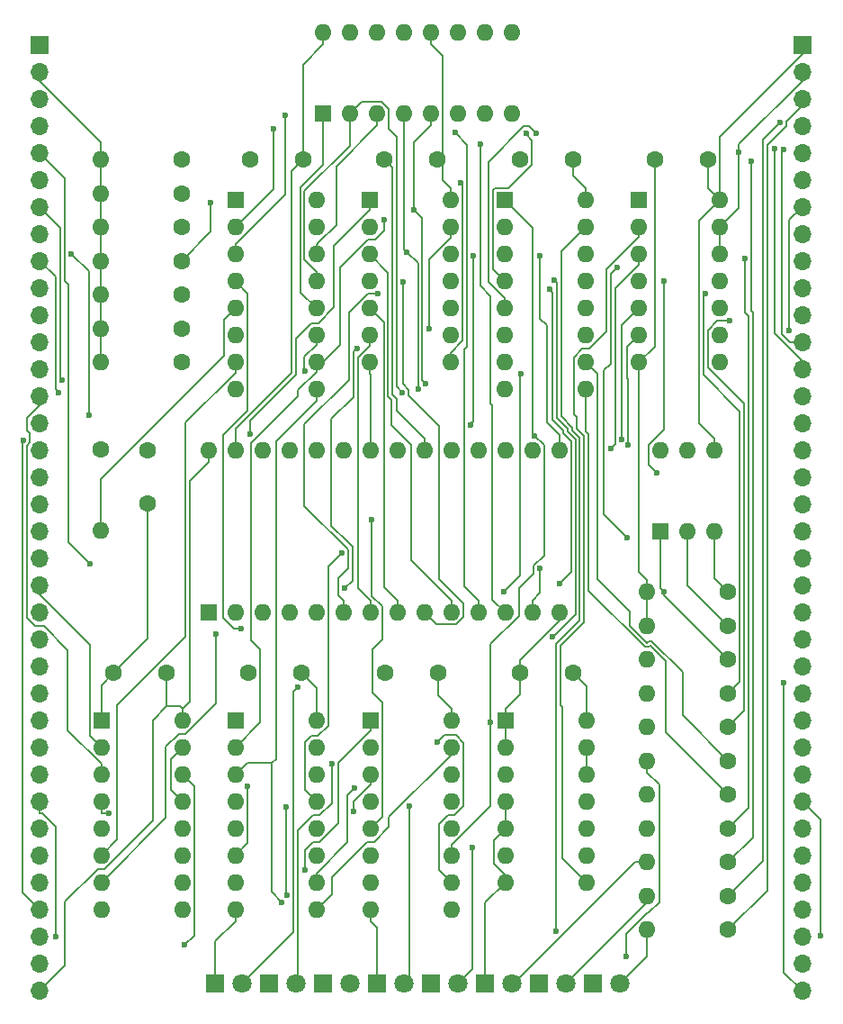
<source format=gtl>
G04 #@! TF.GenerationSoftware,KiCad,Pcbnew,8.0.9-8.0.9-0~ubuntu22.04.1*
G04 #@! TF.CreationDate,2025-06-29T10:34:07+10:00*
G04 #@! TF.ProjectId,UE1-TTL-Memory,5545312d-5454-44c2-9d4d-656d6f72792e,rev?*
G04 #@! TF.SameCoordinates,Original*
G04 #@! TF.FileFunction,Copper,L1,Top*
G04 #@! TF.FilePolarity,Positive*
%FSLAX46Y46*%
G04 Gerber Fmt 4.6, Leading zero omitted, Abs format (unit mm)*
G04 Created by KiCad (PCBNEW 8.0.9-8.0.9-0~ubuntu22.04.1) date 2025-06-29 10:34:07*
%MOMM*%
%LPD*%
G01*
G04 APERTURE LIST*
G04 #@! TA.AperFunction,ComponentPad*
%ADD10R,1.800000X1.800000*%
G04 #@! TD*
G04 #@! TA.AperFunction,ComponentPad*
%ADD11C,1.800000*%
G04 #@! TD*
G04 #@! TA.AperFunction,ComponentPad*
%ADD12C,1.600000*%
G04 #@! TD*
G04 #@! TA.AperFunction,ComponentPad*
%ADD13O,1.600000X1.600000*%
G04 #@! TD*
G04 #@! TA.AperFunction,ComponentPad*
%ADD14R,1.700000X1.700000*%
G04 #@! TD*
G04 #@! TA.AperFunction,ComponentPad*
%ADD15O,1.700000X1.700000*%
G04 #@! TD*
G04 #@! TA.AperFunction,ComponentPad*
%ADD16R,1.600000X1.600000*%
G04 #@! TD*
G04 #@! TA.AperFunction,ViaPad*
%ADD17C,0.600000*%
G04 #@! TD*
G04 #@! TA.AperFunction,Conductor*
%ADD18C,0.200000*%
G04 #@! TD*
G04 APERTURE END LIST*
D10*
X137160000Y-141605000D03*
D11*
X139700000Y-141605000D03*
D12*
X103505000Y-64135000D03*
D13*
X95885000Y-64135000D03*
D12*
X154940000Y-114300000D03*
D13*
X147320000Y-114300000D03*
D12*
X154940000Y-136525000D03*
D13*
X147320000Y-136525000D03*
D12*
X154940000Y-111125000D03*
D13*
X147320000Y-111125000D03*
D12*
X154940000Y-133350000D03*
D13*
X147320000Y-133350000D03*
D12*
X127635000Y-112395000D03*
X122635000Y-112395000D03*
X102108000Y-112395000D03*
X97108000Y-112395000D03*
X95885000Y-91360000D03*
D13*
X95885000Y-98980000D03*
D14*
X90170000Y-53340000D03*
D15*
X90170000Y-55880000D03*
X90170000Y-58420000D03*
X90170000Y-60960000D03*
X90170000Y-63500000D03*
X90170000Y-66040000D03*
X90170000Y-68580000D03*
X90170000Y-71120000D03*
X90170000Y-73660000D03*
X90170000Y-76200000D03*
X90170000Y-78740000D03*
X90170000Y-81280000D03*
X90170000Y-83820000D03*
X90170000Y-86360000D03*
X90170000Y-88900000D03*
X90170000Y-91440000D03*
X90170000Y-93980000D03*
X90170000Y-96520000D03*
X90170000Y-99060000D03*
X90170000Y-101600000D03*
X90170000Y-104140000D03*
X90170000Y-106680000D03*
X90170000Y-109220000D03*
X90170000Y-111760000D03*
X90170000Y-114300000D03*
X90170000Y-116840000D03*
X90170000Y-119380000D03*
X90170000Y-121920000D03*
X90170000Y-124460000D03*
X90170000Y-127000000D03*
X90170000Y-129540000D03*
X90170000Y-132080000D03*
X90170000Y-134620000D03*
X90170000Y-137160000D03*
X90170000Y-139700000D03*
X90170000Y-142240000D03*
D12*
X103505000Y-83185000D03*
D13*
X95885000Y-83185000D03*
D16*
X108585000Y-67945000D03*
D13*
X108585000Y-70485000D03*
X108585000Y-73025000D03*
X108585000Y-75565000D03*
X108585000Y-78105000D03*
X108585000Y-80645000D03*
X108585000Y-83185000D03*
X108585000Y-85725000D03*
X116205000Y-85725000D03*
X116205000Y-83185000D03*
X116205000Y-80645000D03*
X116205000Y-78105000D03*
X116205000Y-75565000D03*
X116205000Y-73025000D03*
X116205000Y-70485000D03*
X116205000Y-67945000D03*
D10*
X106680000Y-141605000D03*
D11*
X109220000Y-141605000D03*
D12*
X154940000Y-117475000D03*
D13*
X147320000Y-117475000D03*
D12*
X103505000Y-76835000D03*
D13*
X95885000Y-76835000D03*
D12*
X154940000Y-120650000D03*
D13*
X147320000Y-120650000D03*
D12*
X140335000Y-64135000D03*
X135335000Y-64135000D03*
X103505000Y-80010000D03*
D13*
X95885000Y-80010000D03*
D12*
X103505000Y-73660000D03*
D13*
X95885000Y-73660000D03*
D16*
X148590000Y-99060000D03*
D13*
X151130000Y-99060000D03*
X153670000Y-99060000D03*
X153670000Y-91440000D03*
X151130000Y-91440000D03*
X148590000Y-91440000D03*
D16*
X146525000Y-67945000D03*
D13*
X146525000Y-70485000D03*
X146525000Y-73025000D03*
X146525000Y-75565000D03*
X146525000Y-78105000D03*
X146525000Y-80645000D03*
X146525000Y-83185000D03*
X154145000Y-83185000D03*
X154145000Y-80645000D03*
X154145000Y-78105000D03*
X154145000Y-75565000D03*
X154145000Y-73025000D03*
X154145000Y-70485000D03*
X154145000Y-67945000D03*
D12*
X140335000Y-112395000D03*
X135335000Y-112395000D03*
D16*
X116830000Y-59817000D03*
D13*
X119370000Y-59817000D03*
X121910000Y-59817000D03*
X124450000Y-59817000D03*
X126990000Y-59817000D03*
X129530000Y-59817000D03*
X132070000Y-59817000D03*
X134610000Y-59817000D03*
X134610000Y-52197000D03*
X132070000Y-52197000D03*
X129530000Y-52197000D03*
X126990000Y-52197000D03*
X124450000Y-52197000D03*
X121910000Y-52197000D03*
X119370000Y-52197000D03*
X116830000Y-52197000D03*
D12*
X127595000Y-64135000D03*
X122595000Y-64135000D03*
X103505000Y-70485000D03*
D13*
X95885000Y-70485000D03*
D16*
X106045000Y-106680000D03*
D13*
X108585000Y-106680000D03*
X111125000Y-106680000D03*
X113665000Y-106680000D03*
X116205000Y-106680000D03*
X118745000Y-106680000D03*
X121285000Y-106680000D03*
X123825000Y-106680000D03*
X126365000Y-106680000D03*
X128905000Y-106680000D03*
X131445000Y-106680000D03*
X133985000Y-106680000D03*
X136525000Y-106680000D03*
X139065000Y-106680000D03*
X139065000Y-91440000D03*
X136525000Y-91440000D03*
X133985000Y-91440000D03*
X131445000Y-91440000D03*
X128905000Y-91440000D03*
X126365000Y-91440000D03*
X123825000Y-91440000D03*
X121285000Y-91440000D03*
X118745000Y-91440000D03*
X116205000Y-91440000D03*
X113665000Y-91440000D03*
X111125000Y-91440000D03*
X108585000Y-91440000D03*
X106045000Y-91440000D03*
D10*
X121920000Y-141605000D03*
D11*
X124460000Y-141605000D03*
D16*
X108585000Y-116840000D03*
D13*
X108585000Y-119380000D03*
X108585000Y-121920000D03*
X108585000Y-124460000D03*
X108585000Y-127000000D03*
X108585000Y-129540000D03*
X108585000Y-132080000D03*
X108585000Y-134620000D03*
X116205000Y-134620000D03*
X116205000Y-132080000D03*
X116205000Y-129540000D03*
X116205000Y-127000000D03*
X116205000Y-124460000D03*
X116205000Y-121920000D03*
X116205000Y-119380000D03*
X116205000Y-116840000D03*
D12*
X154940000Y-104775000D03*
D13*
X147320000Y-104775000D03*
D16*
X95965000Y-116840000D03*
D13*
X95965000Y-119380000D03*
X95965000Y-121920000D03*
X95965000Y-124460000D03*
X95965000Y-127000000D03*
X95965000Y-129540000D03*
X95965000Y-132080000D03*
X95965000Y-134620000D03*
X103585000Y-134620000D03*
X103585000Y-132080000D03*
X103585000Y-129540000D03*
X103585000Y-127000000D03*
X103585000Y-124460000D03*
X103585000Y-121920000D03*
X103585000Y-119380000D03*
X103585000Y-116840000D03*
D12*
X154940000Y-127000000D03*
D13*
X147320000Y-127000000D03*
D10*
X116840000Y-141605000D03*
D11*
X119380000Y-141605000D03*
D10*
X142240000Y-141605000D03*
D11*
X144780000Y-141605000D03*
D16*
X121285000Y-116840000D03*
D13*
X121285000Y-119380000D03*
X121285000Y-121920000D03*
X121285000Y-124460000D03*
X121285000Y-127000000D03*
X121285000Y-129540000D03*
X121285000Y-132080000D03*
X121285000Y-134620000D03*
X128905000Y-134620000D03*
X128905000Y-132080000D03*
X128905000Y-129540000D03*
X128905000Y-127000000D03*
X128905000Y-124460000D03*
X128905000Y-121920000D03*
X128905000Y-119380000D03*
X128905000Y-116840000D03*
D12*
X103505000Y-67310000D03*
D13*
X95885000Y-67310000D03*
D10*
X132080000Y-141605000D03*
D11*
X134620000Y-141605000D03*
D16*
X133985000Y-116840000D03*
D13*
X133985000Y-119380000D03*
X133985000Y-121920000D03*
X133985000Y-124460000D03*
X133985000Y-127000000D03*
X133985000Y-129540000D03*
X133985000Y-132080000D03*
X141605000Y-132080000D03*
X141605000Y-129540000D03*
X141605000Y-127000000D03*
X141605000Y-124460000D03*
X141605000Y-121920000D03*
X141605000Y-119380000D03*
X141605000Y-116840000D03*
D12*
X114808000Y-112395000D03*
X109808000Y-112395000D03*
X153035000Y-64135000D03*
X148035000Y-64135000D03*
D10*
X111760000Y-141605000D03*
D11*
X114300000Y-141605000D03*
D14*
X161925000Y-53340000D03*
D15*
X161925000Y-55880000D03*
X161925000Y-58420000D03*
X161925000Y-60960000D03*
X161925000Y-63500000D03*
X161925000Y-66040000D03*
X161925000Y-68580000D03*
X161925000Y-71120000D03*
X161925000Y-73660000D03*
X161925000Y-76200000D03*
X161925000Y-78740000D03*
X161925000Y-81280000D03*
X161925000Y-83820000D03*
X161925000Y-86360000D03*
X161925000Y-88900000D03*
X161925000Y-91440000D03*
X161925000Y-93980000D03*
X161925000Y-96520000D03*
X161925000Y-99060000D03*
X161925000Y-101600000D03*
X161925000Y-104140000D03*
X161925000Y-106680000D03*
X161925000Y-109220000D03*
X161925000Y-111760000D03*
X161925000Y-114300000D03*
X161925000Y-116840000D03*
X161925000Y-119380000D03*
X161925000Y-121920000D03*
X161925000Y-124460000D03*
X161925000Y-127000000D03*
X161925000Y-129540000D03*
X161925000Y-132080000D03*
X161925000Y-134620000D03*
X161925000Y-137160000D03*
X161925000Y-139700000D03*
X161925000Y-142240000D03*
D16*
X121245000Y-67945000D03*
D13*
X121245000Y-70485000D03*
X121245000Y-73025000D03*
X121245000Y-75565000D03*
X121245000Y-78105000D03*
X121245000Y-80645000D03*
X121245000Y-83185000D03*
X128865000Y-83185000D03*
X128865000Y-80645000D03*
X128865000Y-78105000D03*
X128865000Y-75565000D03*
X128865000Y-73025000D03*
X128865000Y-70485000D03*
X128865000Y-67945000D03*
D12*
X154940000Y-130175000D03*
D13*
X147320000Y-130175000D03*
D12*
X100330000Y-91440000D03*
X100330000Y-96440000D03*
D10*
X127000000Y-141605000D03*
D11*
X129540000Y-141605000D03*
D12*
X154940000Y-107950000D03*
D13*
X147320000Y-107950000D03*
D12*
X114935000Y-64135000D03*
X109935000Y-64135000D03*
D16*
X133905000Y-67945000D03*
D13*
X133905000Y-70485000D03*
X133905000Y-73025000D03*
X133905000Y-75565000D03*
X133905000Y-78105000D03*
X133905000Y-80645000D03*
X133905000Y-83185000D03*
X133905000Y-85725000D03*
X141525000Y-85725000D03*
X141525000Y-83185000D03*
X141525000Y-80645000D03*
X141525000Y-78105000D03*
X141525000Y-75565000D03*
X141525000Y-73025000D03*
X141525000Y-70485000D03*
X141525000Y-67945000D03*
D12*
X154940000Y-123825000D03*
D13*
X147320000Y-123825000D03*
D17*
X155986500Y-63442500D03*
X160221400Y-113293000D03*
X103826000Y-137971800D03*
X138803400Y-136645700D03*
X88628300Y-90489700D03*
X109990700Y-89934800D03*
X91659300Y-137201700D03*
X163615000Y-137080900D03*
X91958400Y-86033800D03*
X129246400Y-61567200D03*
X93147400Y-72972700D03*
X94818300Y-88112000D03*
X137273100Y-102573300D03*
X94937300Y-102152900D03*
X115110000Y-84032600D03*
X136711300Y-90067700D03*
X132605300Y-117031600D03*
X109095200Y-108183400D03*
X137264100Y-73203700D03*
X112964300Y-133937400D03*
X130993300Y-73158400D03*
X130753700Y-89072300D03*
X121410100Y-97967500D03*
X118583400Y-101079100D03*
X145480300Y-99673400D03*
X144506700Y-74258900D03*
X92251300Y-84826900D03*
X127578800Y-118887500D03*
X122564900Y-69794600D03*
X131628100Y-62642200D03*
X125424600Y-68828500D03*
X126493800Y-85192400D03*
X124299600Y-85992500D03*
X124721200Y-72827400D03*
X125769400Y-85698300D03*
X106273000Y-68195300D03*
X156507600Y-73417200D03*
X152842500Y-76718200D03*
X155103700Y-79277500D03*
X159838300Y-60631500D03*
X136859000Y-61621800D03*
X160705300Y-80179200D03*
X135947100Y-61621800D03*
X159334200Y-63089800D03*
X112189400Y-61216400D03*
X157129800Y-64298600D03*
X160213400Y-63147900D03*
X113245600Y-59962700D03*
X130894400Y-128749800D03*
X148935500Y-104779400D03*
X138589200Y-75461100D03*
X106788900Y-108689400D03*
X138382300Y-108991200D03*
X113355900Y-124985800D03*
X96721700Y-125589900D03*
X113448600Y-133287800D03*
X109755200Y-123055600D03*
X115103300Y-130934700D03*
X119786500Y-123197800D03*
X119734300Y-125409900D03*
X139095300Y-104014900D03*
X138161000Y-76328500D03*
X135494100Y-84290900D03*
X133820900Y-104755300D03*
X124370300Y-75616300D03*
X144916700Y-90399000D03*
X126789100Y-80031800D03*
X129787500Y-66332500D03*
X120011900Y-81844000D03*
X118863300Y-104423600D03*
X148943000Y-75525300D03*
X148269500Y-93554500D03*
X145542600Y-90907200D03*
X121982300Y-76690600D03*
X143904900Y-91295400D03*
X124974600Y-124911400D03*
X145390200Y-139013400D03*
X117647500Y-120947300D03*
X114452100Y-113697500D03*
D18*
X155986500Y-68643500D02*
X155986500Y-63442500D01*
X121285000Y-134620000D02*
X121285000Y-135721700D01*
X123366900Y-64906900D02*
X123366900Y-86235300D01*
X95885000Y-73660000D02*
X95885000Y-70513100D01*
X133985000Y-119380000D02*
X133985000Y-116840000D01*
X161925000Y-55880000D02*
X161925000Y-56743800D01*
X106680000Y-141605000D02*
X106680000Y-137626700D01*
X100330000Y-109173000D02*
X97108000Y-112395000D01*
X148035000Y-64135000D02*
X148035000Y-81675000D01*
X133985000Y-132080000D02*
X132080000Y-133985000D01*
X121285000Y-84326700D02*
X121285000Y-91440000D01*
X123602300Y-86470700D02*
X123768600Y-86637000D01*
X95965000Y-113538000D02*
X95965000Y-116840000D01*
X135335000Y-114388300D02*
X135335000Y-112395000D01*
X139065000Y-106680000D02*
X139065000Y-107457700D01*
X100330000Y-96440000D02*
X100330000Y-109173000D01*
X90170000Y-56743800D02*
X95885000Y-62458800D01*
X95885000Y-70513100D02*
X95885000Y-70485000D01*
X123602300Y-86470700D02*
X123768600Y-86637000D01*
X95885000Y-70513100D02*
X95885000Y-67310000D01*
X132885000Y-128100000D02*
X133985000Y-127000000D01*
X95885000Y-83185000D02*
X95885000Y-80010000D01*
X121245000Y-83185000D02*
X121245000Y-84286700D01*
X121920000Y-136356700D02*
X121920000Y-141605000D01*
X147320000Y-104775000D02*
X147320000Y-103673300D01*
X126365000Y-91440000D02*
X126365000Y-90338300D01*
X122595000Y-64135000D02*
X123366900Y-64906900D01*
X155986500Y-62682300D02*
X155986500Y-63442500D01*
X148035000Y-81675000D02*
X146525000Y-83185000D01*
X103585000Y-124460000D02*
X102485000Y-123360000D01*
X147320000Y-103673300D02*
X146525000Y-102878300D01*
X135335000Y-111187700D02*
X135335000Y-112395000D01*
X102485000Y-120480000D02*
X103585000Y-119380000D01*
X139065000Y-107457700D02*
X135335000Y-111187700D01*
X133985000Y-131445000D02*
X132885000Y-130345000D01*
X123366900Y-86235300D02*
X123602300Y-86470700D01*
X141605000Y-119380000D02*
X141605000Y-121920000D01*
X108585000Y-134620000D02*
X108585000Y-135721700D01*
X123768600Y-87741900D02*
X126365000Y-90338300D01*
X147320000Y-107950000D02*
X147320000Y-104775000D01*
X133985000Y-115738300D02*
X135335000Y-114388300D01*
X121285000Y-135721700D02*
X121920000Y-136356700D01*
X133985000Y-116840000D02*
X133985000Y-115738300D01*
X95885000Y-76835000D02*
X95885000Y-73660000D01*
X106680000Y-137626700D02*
X108585000Y-135721700D01*
X95885000Y-76835000D02*
X95885000Y-80010000D01*
X90170000Y-55880000D02*
X90170000Y-56743800D01*
X132885000Y-130345000D02*
X132885000Y-128100000D01*
X154145000Y-70485000D02*
X155986500Y-68643500D01*
X132080000Y-133985000D02*
X132080000Y-141605000D01*
X161925000Y-56743800D02*
X155986500Y-62682300D01*
X102485000Y-123360000D02*
X102485000Y-120480000D01*
X146525000Y-102878300D02*
X146525000Y-83185000D01*
X97108000Y-112395000D02*
X95965000Y-113538000D01*
X133985000Y-132080000D02*
X133985000Y-131445000D01*
X123768600Y-86637000D02*
X123768600Y-87741900D01*
X95885000Y-62458800D02*
X95885000Y-64135000D01*
X95885000Y-64135000D02*
X95885000Y-67310000D01*
X154145000Y-70485000D02*
X154145000Y-73025000D01*
X133985000Y-127000000D02*
X133985000Y-124460000D01*
X121245000Y-84286700D02*
X121285000Y-84326700D01*
X95662900Y-130788100D02*
X96284000Y-130788100D01*
X116830000Y-52197000D02*
X116830000Y-53298700D01*
X116205000Y-115738300D02*
X116205000Y-113792000D01*
X152239900Y-71120000D02*
X152239900Y-88908200D01*
X128093700Y-54402400D02*
X126990000Y-53298700D01*
X140335000Y-112395000D02*
X141605000Y-113665000D01*
X108585000Y-89446100D02*
X108585000Y-91440000D01*
X104288400Y-94298300D02*
X104288400Y-115034900D01*
X100805800Y-116822800D02*
X102108000Y-115520600D01*
X154145000Y-67945000D02*
X154145000Y-67153300D01*
X113845800Y-65224200D02*
X113845800Y-84185300D01*
X153670000Y-91440000D02*
X153670000Y-90338300D01*
X102108000Y-115520600D02*
X103367300Y-115520600D01*
X114935000Y-64135000D02*
X114935000Y-55193700D01*
X90170000Y-142240000D02*
X92564800Y-139845200D01*
X126990000Y-52197000D02*
X126990000Y-53298700D01*
X106045000Y-92541700D02*
X104288400Y-94298300D01*
X106045000Y-91440000D02*
X106045000Y-92541700D01*
X92564800Y-133886200D02*
X95662900Y-130788100D01*
X114935000Y-55193700D02*
X116830000Y-53298700D01*
X128093700Y-64135000D02*
X128093700Y-66072000D01*
X92564800Y-139845200D02*
X92564800Y-133886200D01*
X153035000Y-64135000D02*
X153035000Y-66835000D01*
X154145000Y-61983800D02*
X154145000Y-66843300D01*
X141525000Y-67945000D02*
X141525000Y-66843300D01*
X116205000Y-113792000D02*
X114808000Y-112395000D01*
X114935000Y-64135000D02*
X113845800Y-65224200D01*
X161925000Y-53340000D02*
X161925000Y-54203800D01*
X128905000Y-115738300D02*
X127635000Y-114468300D01*
X153035000Y-66835000D02*
X154145000Y-67945000D01*
X103367300Y-115520600D02*
X103585000Y-115738300D01*
X161925000Y-142240000D02*
X160221400Y-140536400D01*
X154145000Y-67153300D02*
X154145000Y-66843300D01*
X128093700Y-64135000D02*
X127595000Y-64135000D01*
X96284000Y-130788100D02*
X100805800Y-126266300D01*
X116205000Y-116840000D02*
X116205000Y-115738300D01*
X100805800Y-126266300D02*
X100805800Y-116822800D01*
X128093700Y-64135000D02*
X128093700Y-54402400D01*
X141525000Y-66843300D02*
X140335000Y-65653300D01*
X102108000Y-115520600D02*
X102108000Y-112395000D01*
X128905000Y-116840000D02*
X128905000Y-115738300D01*
X128865000Y-67945000D02*
X128865000Y-66843300D01*
X152239900Y-88908200D02*
X153670000Y-90338300D01*
X127635000Y-114468300D02*
X127635000Y-112395000D01*
X140335000Y-65653300D02*
X140335000Y-64135000D01*
X104288400Y-115034900D02*
X103585000Y-115738300D01*
X154145000Y-67945000D02*
X152239900Y-69850100D01*
X141605000Y-113665000D02*
X141605000Y-116840000D01*
X113845800Y-84185300D02*
X108585000Y-89446100D01*
X160221400Y-140536400D02*
X160221400Y-113293000D01*
X128093700Y-66072000D02*
X128865000Y-66843300D01*
X152239900Y-69850100D02*
X152239900Y-71120000D01*
X161925000Y-54203800D02*
X154145000Y-61983800D01*
X103585000Y-116840000D02*
X103585000Y-115738300D01*
X104709200Y-137088600D02*
X104709200Y-123044200D01*
X141525000Y-70485000D02*
X139241000Y-72769000D01*
X138801800Y-136644100D02*
X138803400Y-136645700D01*
X140268600Y-89547700D02*
X141002900Y-90282000D01*
X103826000Y-137971800D02*
X104709200Y-137088600D01*
X138801800Y-109637100D02*
X138801800Y-136644100D01*
X141002900Y-107436000D02*
X138801800Y-109637100D01*
X139241000Y-88264200D02*
X140268600Y-89291800D01*
X140268600Y-89291800D02*
X140268600Y-89547700D01*
X139241000Y-72769000D02*
X139241000Y-88264200D01*
X141002900Y-90282000D02*
X141002900Y-107436000D01*
X104709200Y-123044200D02*
X103585000Y-121920000D01*
X90170000Y-134620000D02*
X88555800Y-133005800D01*
X88555800Y-90562200D02*
X88628300Y-90489700D01*
X117852900Y-72252300D02*
X117852900Y-78026700D01*
X117852900Y-78026700D02*
X116390300Y-79489300D01*
X121245000Y-68860200D02*
X117852900Y-72252300D01*
X121245000Y-67945000D02*
X121245000Y-68860200D01*
X114292100Y-84374100D02*
X109990700Y-88675500D01*
X88555800Y-133005800D02*
X88555800Y-90562200D01*
X115747500Y-79489300D02*
X114292100Y-80944700D01*
X114292100Y-80944700D02*
X114292100Y-84374100D01*
X109990700Y-88675500D02*
X109990700Y-89934800D01*
X116390300Y-79489300D02*
X115747500Y-79489300D01*
X161925000Y-124460000D02*
X163615000Y-126150000D01*
X90170000Y-124460000D02*
X90170000Y-125611700D01*
X90457900Y-125611700D02*
X91659300Y-126813100D01*
X90170000Y-125611700D02*
X90457900Y-125611700D01*
X91659300Y-126813100D02*
X91659300Y-137201700D01*
X163615000Y-126150000D02*
X163615000Y-137080900D01*
X91649600Y-85725000D02*
X91958400Y-86033800D01*
X90170000Y-73660000D02*
X91649600Y-75139600D01*
X91649600Y-75139600D02*
X91649600Y-85725000D01*
X130391500Y-62712300D02*
X129246400Y-61567200D01*
X131445000Y-106680000D02*
X131445000Y-105578300D01*
X131445000Y-105578300D02*
X130137400Y-104270700D01*
X130137400Y-104270700D02*
X130137400Y-81965600D01*
X130137400Y-81965600D02*
X130391500Y-81711500D01*
X130391500Y-81711500D02*
X130391500Y-62712300D01*
X140423300Y-82688000D02*
X140423300Y-88086400D01*
X146525000Y-71388200D02*
X143503100Y-74410100D01*
X140423300Y-88086400D02*
X140670300Y-88333400D01*
X141404600Y-107602400D02*
X139203500Y-109803500D01*
X143503100Y-74410100D02*
X143503100Y-80285600D01*
X140670300Y-88333400D02*
X140670300Y-89381400D01*
X139368300Y-115538100D02*
X139203500Y-115373300D01*
X139368300Y-115538100D02*
X139368300Y-129843300D01*
X139203500Y-115373300D02*
X139368300Y-115538100D01*
X141404600Y-90115700D02*
X141404600Y-107602400D01*
X141873700Y-81915000D02*
X141196300Y-81915000D01*
X143503100Y-80285600D02*
X141873700Y-81915000D01*
X141196300Y-81915000D02*
X140423300Y-82688000D01*
X140670300Y-89381400D02*
X141404600Y-90115700D01*
X139203500Y-109803500D02*
X139203500Y-115373300D01*
X139368300Y-129843300D02*
X141605000Y-132080000D01*
X146525000Y-70485000D02*
X146525000Y-71388200D01*
X94783300Y-88077000D02*
X94818300Y-88112000D01*
X94783300Y-74608600D02*
X94783300Y-88077000D01*
X93147400Y-72972700D02*
X94783300Y-74608600D01*
X92545600Y-65875600D02*
X92545600Y-75545500D01*
X92545600Y-75545500D02*
X92853100Y-75853000D01*
X92853100Y-75853000D02*
X92853100Y-100068700D01*
X136525000Y-106680000D02*
X136525000Y-105578300D01*
X90170000Y-63500000D02*
X92545600Y-65875600D01*
X92853100Y-100068700D02*
X94937300Y-102152900D01*
X137273100Y-104830200D02*
X137273100Y-102573300D01*
X136525000Y-105578300D02*
X137273100Y-104830200D01*
X135261800Y-104417900D02*
X135261800Y-107030600D01*
X132605300Y-109687100D02*
X132605300Y-117031600D01*
X137627000Y-90983400D02*
X137627000Y-101368600D01*
X116205000Y-80645000D02*
X116205000Y-81518400D01*
X128905000Y-129540000D02*
X128905000Y-128576000D01*
X135261800Y-107030600D02*
X132605300Y-109687100D01*
X136528800Y-70568800D02*
X136528800Y-89885200D01*
X136528800Y-89885200D02*
X136711300Y-90067700D01*
X116205000Y-81518400D02*
X115060700Y-82662700D01*
X136671400Y-103008300D02*
X135261800Y-104417900D01*
X128905000Y-128576000D02*
X132605300Y-124875700D01*
X115060700Y-83983300D02*
X115110000Y-84032600D01*
X132605300Y-124875700D02*
X132605300Y-117031600D01*
X115060700Y-82662700D02*
X115060700Y-83983300D01*
X136711300Y-90067700D02*
X137627000Y-90983400D01*
X136671400Y-102324200D02*
X136671400Y-103008300D01*
X133905000Y-67945000D02*
X136528800Y-70568800D01*
X137627000Y-101368600D02*
X136671400Y-102324200D01*
X109719600Y-87724800D02*
X107467800Y-89976600D01*
X109719600Y-76699600D02*
X109719600Y-87724800D01*
X108585000Y-75565000D02*
X109719600Y-76699600D01*
X108452900Y-108183400D02*
X109095200Y-108183400D01*
X107467800Y-89976600D02*
X107467800Y-107198300D01*
X107467800Y-107198300D02*
X108452900Y-108183400D01*
X137264100Y-79071000D02*
X137884300Y-79691200D01*
X137884300Y-79691200D02*
X137884300Y-88810700D01*
X137264100Y-73203700D02*
X137264100Y-79071000D01*
X139065000Y-91440000D02*
X139065000Y-89991400D01*
X137884300Y-88810700D02*
X139065000Y-89991400D01*
X130960600Y-88708800D02*
X130960600Y-73191100D01*
X112025000Y-132966100D02*
X112025000Y-120818300D01*
X116205000Y-85725000D02*
X116205000Y-86826700D01*
X112393500Y-90638200D02*
X112393500Y-120449800D01*
X112980300Y-133921400D02*
X112025000Y-132966100D01*
X130960600Y-73191100D02*
X130993300Y-73158400D01*
X108585000Y-121920000D02*
X109686700Y-120818300D01*
X130753700Y-88915700D02*
X130753700Y-89072300D01*
X109686700Y-120818300D02*
X112025000Y-120818300D01*
X116205000Y-86826700D02*
X112393500Y-90638200D01*
X112980300Y-133921400D02*
X112964300Y-133937400D01*
X112393500Y-120449800D02*
X112025000Y-120818300D01*
X130960600Y-88708800D02*
X130753700Y-88915700D01*
X89781100Y-107950000D02*
X88991100Y-107160000D01*
X92820400Y-117811400D02*
X92820400Y-110219800D01*
X88991100Y-107160000D02*
X88991100Y-90990100D01*
X90170000Y-87223800D02*
X90170000Y-86360000D01*
X88991000Y-88402800D02*
X90170000Y-87223800D01*
X89271300Y-89866700D02*
X88991000Y-89586400D01*
X89271300Y-90709900D02*
X89271300Y-89866700D01*
X90550600Y-107950000D02*
X89781100Y-107950000D01*
X95965000Y-121920000D02*
X95965000Y-120956000D01*
X88991000Y-89586400D02*
X88991000Y-88402800D01*
X92820400Y-110219800D02*
X90550600Y-107950000D01*
X95965000Y-120956000D02*
X92820400Y-117811400D01*
X88991100Y-90990100D02*
X89271300Y-90709900D01*
X107483300Y-79206700D02*
X107483300Y-82526200D01*
X121410100Y-97967500D02*
X121410100Y-105133200D01*
X121410100Y-105133200D02*
X122404100Y-106127200D01*
X122404100Y-109264700D02*
X121520600Y-110148200D01*
X95885000Y-94124500D02*
X95885000Y-98980000D01*
X121520600Y-114264400D02*
X122412500Y-115156300D01*
X121285000Y-127000000D02*
X122390500Y-125894500D01*
X107483300Y-82526200D02*
X95885000Y-94124500D01*
X108585000Y-78105000D02*
X107483300Y-79206700D01*
X122412500Y-115156300D02*
X122412500Y-124908500D01*
X121520600Y-110148200D02*
X121520600Y-114264400D01*
X122404100Y-106127200D02*
X122404100Y-109264700D01*
X122390500Y-125894500D02*
X122390500Y-124930500D01*
X122412500Y-124908500D02*
X122390500Y-124930500D01*
X143265800Y-97458900D02*
X143265800Y-83950300D01*
X115103300Y-118923600D02*
X115748600Y-118278300D01*
X145480300Y-99673400D02*
X143265800Y-97458900D01*
X116205000Y-124460000D02*
X115103300Y-123358300D01*
X143906400Y-83309700D02*
X143906400Y-74859200D01*
X115103300Y-123358300D02*
X115103300Y-118923600D01*
X116347700Y-118278300D02*
X117306700Y-117319300D01*
X117306700Y-117319300D02*
X117306700Y-102355800D01*
X143906400Y-74859200D02*
X144506700Y-74258900D01*
X143265800Y-83950300D02*
X143906400Y-83309700D01*
X115748600Y-118278300D02*
X116347700Y-118278300D01*
X117306700Y-102355800D02*
X118583400Y-101079100D01*
X92143900Y-84719500D02*
X92251300Y-84826900D01*
X90170000Y-68580000D02*
X92143900Y-70553900D01*
X92143900Y-70553900D02*
X92143900Y-84719500D01*
X94863300Y-118278300D02*
X94863300Y-109716500D01*
X94863300Y-109716500D02*
X90170000Y-105023200D01*
X90170000Y-105023200D02*
X90170000Y-104140000D01*
X95965000Y-119380000D02*
X94863300Y-118278300D01*
X128905000Y-132080000D02*
X127766300Y-130941300D01*
X116205000Y-84047300D02*
X114447500Y-85804800D01*
X127766300Y-130941300D02*
X127766300Y-126557700D01*
X128224800Y-118241500D02*
X127578800Y-118887500D01*
X121745500Y-71613400D02*
X122564900Y-70794000D01*
X110939500Y-117025500D02*
X110939500Y-110194200D01*
X121051500Y-71613400D02*
X121745500Y-71613400D01*
X118435800Y-74229100D02*
X121051500Y-71613400D01*
X128594000Y-125730000D02*
X129211400Y-125730000D01*
X130038200Y-124903200D02*
X130038200Y-118924900D01*
X129354800Y-118241500D02*
X128224800Y-118241500D01*
X108585000Y-119380000D02*
X110939500Y-117025500D01*
X127766300Y-126557700D02*
X128594000Y-125730000D01*
X116205000Y-83185000D02*
X116205000Y-83735800D01*
X129211400Y-125730000D02*
X130038200Y-124903200D01*
X116205000Y-83185000D02*
X116205000Y-84047300D01*
X130038200Y-118924900D02*
X129354800Y-118241500D01*
X110939500Y-110194200D02*
X110020000Y-109274700D01*
X110020000Y-90756400D02*
X114447500Y-86328900D01*
X110020000Y-109274700D02*
X110020000Y-90756400D01*
X122564900Y-70794000D02*
X122564900Y-69794600D01*
X116205000Y-83735800D02*
X118435800Y-81505000D01*
X114447500Y-86328900D02*
X114447500Y-85804800D01*
X118435800Y-81505000D02*
X118435800Y-74229100D01*
X132776200Y-105471200D02*
X132776200Y-87193200D01*
X132609900Y-87026900D02*
X132609900Y-76964000D01*
X131628100Y-75982200D02*
X131628100Y-62642200D01*
X132609900Y-87026900D02*
X132776200Y-87193200D01*
X133985000Y-106680000D02*
X132776200Y-105471200D01*
X131628100Y-75982200D02*
X132609900Y-76964000D01*
X132776200Y-87193200D02*
X132609900Y-87026900D01*
X116830000Y-64576900D02*
X116830000Y-59817000D01*
X114692300Y-76592300D02*
X114692300Y-66714600D01*
X114692300Y-66714600D02*
X116830000Y-64576900D01*
X116205000Y-78105000D02*
X114692300Y-76592300D01*
X126990000Y-59817000D02*
X126990000Y-60918700D01*
X126187400Y-84886000D02*
X126493800Y-85192400D01*
X126187400Y-69591300D02*
X126187400Y-84886000D01*
X125424600Y-68828500D02*
X125424600Y-62484100D01*
X125424600Y-68828500D02*
X126187400Y-69591300D01*
X125424600Y-62484100D02*
X126990000Y-60918700D01*
X147493000Y-109396100D02*
X147776200Y-109396100D01*
X145702700Y-107965400D02*
X147274800Y-109537500D01*
X150664800Y-112284700D02*
X150664800Y-116374800D01*
X145702700Y-106629800D02*
X145702700Y-107965400D01*
X142626700Y-103553800D02*
X145702700Y-106629800D01*
X147776200Y-109396100D02*
X150664800Y-112284700D01*
X141525000Y-83185000D02*
X142626700Y-84286700D01*
X147274800Y-109537500D02*
X147351600Y-109537500D01*
X150664800Y-116374800D02*
X154940000Y-120650000D01*
X147351600Y-109537500D02*
X147493000Y-109396100D01*
X142626700Y-84286700D02*
X142626700Y-103553800D01*
X122368000Y-58706800D02*
X123011700Y-59350500D01*
X115094000Y-73538700D02*
X115094000Y-67091800D01*
X115094000Y-67091800D02*
X119370000Y-62815800D01*
X123011700Y-61265000D02*
X123768600Y-62021900D01*
X119370000Y-62815800D02*
X119370000Y-59817000D01*
X116205000Y-75565000D02*
X116205000Y-74649700D01*
X123011700Y-59350500D02*
X123011700Y-61265000D01*
X123768600Y-85461500D02*
X124299600Y-85992500D01*
X119370000Y-59817000D02*
X120480200Y-58706800D01*
X123768600Y-62021900D02*
X123768600Y-85461500D01*
X116205000Y-74649700D02*
X115094000Y-73538700D01*
X120480200Y-58706800D02*
X122368000Y-58706800D01*
X125769400Y-73875600D02*
X125769400Y-85698300D01*
X106273000Y-68195300D02*
X106273000Y-70892000D01*
X106273000Y-70892000D02*
X103505000Y-73660000D01*
X124450000Y-59817000D02*
X124450000Y-72556200D01*
X124450000Y-72556200D02*
X124721200Y-72827400D01*
X124721200Y-72827400D02*
X125769400Y-73875600D01*
X116205000Y-73025000D02*
X116205000Y-72147600D01*
X116205000Y-72147600D02*
X116429300Y-71923300D01*
X118068200Y-70284300D02*
X116429300Y-71923200D01*
X121910000Y-60918700D02*
X118068200Y-64760500D01*
X116429300Y-71923200D02*
X116429300Y-71923300D01*
X118068200Y-64760500D02*
X118068200Y-70284300D01*
X121910000Y-59817000D02*
X121910000Y-60918700D01*
X154940000Y-127000000D02*
X156879700Y-125060300D01*
X156879700Y-125060300D02*
X156879700Y-78827400D01*
X156879700Y-78827400D02*
X156507600Y-78455300D01*
X156507600Y-78455300D02*
X156507600Y-73417200D01*
X152842500Y-76718200D02*
X152641600Y-76919100D01*
X156072200Y-113167800D02*
X154940000Y-114300000D01*
X156072200Y-87803800D02*
X156072200Y-113167800D01*
X152641600Y-84373200D02*
X156072200Y-87803800D01*
X152641600Y-76919100D02*
X152641600Y-84373200D01*
X154940000Y-117475000D02*
X156473900Y-115941100D01*
X153043300Y-83641400D02*
X153043300Y-80188600D01*
X153954400Y-79277500D02*
X155103700Y-79277500D01*
X156473900Y-87072000D02*
X153043300Y-83641400D01*
X156473900Y-115941100D02*
X156473900Y-87072000D01*
X153043300Y-80188600D02*
X153954400Y-79277500D01*
X135719100Y-60999000D02*
X136236200Y-60999000D01*
X132398400Y-64319700D02*
X135719100Y-60999000D01*
X133905000Y-77163000D02*
X132398400Y-75656400D01*
X133905000Y-78105000D02*
X133905000Y-77163000D01*
X158241200Y-130048800D02*
X154940000Y-133350000D01*
X158241200Y-62228600D02*
X158241200Y-130048800D01*
X136236200Y-60999000D02*
X136859000Y-61621800D01*
X132398400Y-75656400D02*
X132398400Y-64319700D01*
X159838300Y-60631500D02*
X158241200Y-62228600D01*
X147108500Y-109939200D02*
X141806300Y-104637000D01*
X147675900Y-109863800D02*
X147593300Y-109863800D01*
X141570900Y-89714000D02*
X141525000Y-89668100D01*
X147593300Y-109863800D02*
X147517900Y-109939200D01*
X149056600Y-117941600D02*
X149056600Y-111244500D01*
X147517900Y-109939200D02*
X147108500Y-109939200D01*
X141570900Y-89714000D02*
X141525000Y-89668100D01*
X154940000Y-123825000D02*
X149056600Y-117941600D01*
X160705300Y-69799700D02*
X160705300Y-80179200D01*
X149056600Y-111244500D02*
X147675900Y-109863800D01*
X141806300Y-89949400D02*
X141570900Y-89714000D01*
X161925000Y-68580000D02*
X160705300Y-69799700D01*
X141806300Y-104637000D02*
X141806300Y-89949400D01*
X141525000Y-85725000D02*
X141525000Y-86826700D01*
X141525000Y-89668100D02*
X141525000Y-86826700D01*
X132803300Y-67020000D02*
X132980000Y-66843300D01*
X136477000Y-62292900D02*
X135947100Y-61763000D01*
X132803300Y-74463300D02*
X132803300Y-67020000D01*
X136477000Y-64620300D02*
X136477000Y-62292900D01*
X132980000Y-66843300D02*
X134254000Y-66843300D01*
X161925000Y-58420000D02*
X161925000Y-59055000D01*
X158644000Y-132821000D02*
X154940000Y-136525000D01*
X135947100Y-61763000D02*
X135947100Y-61621800D01*
X161925000Y-59055000D02*
X160440000Y-60540000D01*
X158644000Y-62752000D02*
X158644000Y-132821000D01*
X133905000Y-75565000D02*
X132803300Y-74463300D01*
X134254000Y-66843300D02*
X136477000Y-64620300D01*
X160440000Y-60540000D02*
X160440000Y-60956000D01*
X160440000Y-60956000D02*
X158644000Y-62752000D01*
X159334200Y-80437400D02*
X159334200Y-63089800D01*
X161925000Y-83820000D02*
X161925000Y-83028200D01*
X112189400Y-66880600D02*
X112189400Y-61216400D01*
X108585000Y-70485000D02*
X112189400Y-66880600D01*
X161925000Y-83028200D02*
X159334200Y-80437400D01*
X157296100Y-78475600D02*
X157129800Y-78309300D01*
X157296100Y-127818900D02*
X157296100Y-78475600D01*
X157129800Y-78309300D02*
X157129800Y-64298600D01*
X157296100Y-78475600D02*
X157129800Y-78309300D01*
X154940000Y-130175000D02*
X157296100Y-127818900D01*
X160034000Y-63327300D02*
X160213400Y-63147900D01*
X161925000Y-81280000D02*
X160773300Y-81280000D01*
X113245600Y-67400400D02*
X113245600Y-59962700D01*
X108585000Y-73025000D02*
X108585000Y-72061000D01*
X160034000Y-80540700D02*
X160034000Y-63327300D01*
X108585000Y-72061000D02*
X113245600Y-67400400D01*
X160773300Y-81280000D02*
X160034000Y-80540700D01*
X147320000Y-136525000D02*
X147320000Y-137626700D01*
X144780000Y-141605000D02*
X147320000Y-139065000D01*
X147320000Y-139065000D02*
X147320000Y-137626700D01*
X147320000Y-133350000D02*
X147320000Y-133985000D01*
X147320000Y-133985000D02*
X139700000Y-141605000D01*
X134788300Y-141605000D02*
X146218300Y-130175000D01*
X134620000Y-141605000D02*
X134788300Y-141605000D01*
X147320000Y-130175000D02*
X146218300Y-130175000D01*
X129540000Y-141605000D02*
X130894400Y-140250600D01*
X130894400Y-140250600D02*
X130894400Y-128749800D01*
X153670000Y-103505000D02*
X154940000Y-104775000D01*
X153670000Y-99060000D02*
X153670000Y-103505000D01*
X151130000Y-99060000D02*
X151130000Y-104140000D01*
X151130000Y-104140000D02*
X154940000Y-107950000D01*
X148590000Y-104433900D02*
X148935500Y-104779400D01*
X148935500Y-105120500D02*
X154940000Y-111125000D01*
X148935500Y-104779400D02*
X148935500Y-105120500D01*
X148590000Y-99060000D02*
X148590000Y-104433900D01*
X103261100Y-118110000D02*
X102058000Y-119313100D01*
X138470400Y-108991200D02*
X140601200Y-106860400D01*
X138839300Y-88430500D02*
X138839300Y-75711200D01*
X106788900Y-108689400D02*
X106788900Y-115212500D01*
X106788900Y-115212500D02*
X103891400Y-118110000D01*
X139866900Y-89714000D02*
X139866900Y-89458100D01*
X140601200Y-90448300D02*
X139866900Y-89714000D01*
X138382300Y-108991200D02*
X138470400Y-108991200D01*
X103891400Y-118110000D02*
X103261100Y-118110000D01*
X139866900Y-89458100D02*
X138839300Y-88430500D01*
X102058000Y-119313100D02*
X102058000Y-125987000D01*
X102058000Y-125987000D02*
X95965000Y-132080000D01*
X138839300Y-75711200D02*
X138589200Y-75461100D01*
X140601200Y-106860400D02*
X140601200Y-90448300D01*
X103886700Y-109014300D02*
X97463400Y-115437600D01*
X108585000Y-84149000D02*
X103886700Y-88847300D01*
X97463400Y-128041600D02*
X95965000Y-129540000D01*
X103886700Y-88847300D02*
X103886700Y-109014300D01*
X108585000Y-83185000D02*
X108585000Y-84149000D01*
X97463400Y-115437600D02*
X97463400Y-128041600D01*
X96693500Y-125561700D02*
X96721700Y-125589900D01*
X113355900Y-124985800D02*
X113355900Y-133195100D01*
X95965000Y-124460000D02*
X95965000Y-125561700D01*
X113355900Y-133195100D02*
X113448600Y-133287800D01*
X95965000Y-125561700D02*
X96693500Y-125561700D01*
X108585000Y-129540000D02*
X109755200Y-128369800D01*
X109755200Y-128369800D02*
X109755200Y-123055600D01*
X128905000Y-120068600D02*
X128905000Y-119380000D01*
X117644800Y-133180200D02*
X117644800Y-131589700D01*
X116205000Y-134620000D02*
X117644800Y-133180200D01*
X117644800Y-131589700D02*
X120964500Y-128270000D01*
X123046400Y-125927200D02*
X128905000Y-120068600D01*
X123046400Y-126866400D02*
X123046400Y-125927200D01*
X121642800Y-128270000D02*
X123046400Y-126866400D01*
X120964500Y-128270000D02*
X121642800Y-128270000D01*
X121285000Y-116840000D02*
X121285000Y-117803900D01*
X115889700Y-128270000D02*
X115103300Y-129056400D01*
X116500100Y-128270000D02*
X115889700Y-128270000D01*
X115103300Y-129056400D02*
X115103300Y-130934700D01*
X118249200Y-120839700D02*
X118249200Y-126520900D01*
X121285000Y-117803900D02*
X118249200Y-120839700D01*
X118249200Y-126520900D02*
X116500100Y-128270000D01*
X119132600Y-123851700D02*
X119786500Y-123197800D01*
X116205000Y-132080000D02*
X116205000Y-131206600D01*
X119132600Y-128279000D02*
X119132600Y-123851700D01*
X116205000Y-131206600D02*
X119132600Y-128279000D01*
X121285000Y-122883900D02*
X119734300Y-124434600D01*
X119734300Y-124434600D02*
X119734300Y-125409900D01*
X121285000Y-121920000D02*
X121285000Y-122883900D01*
X122563500Y-79423500D02*
X122563500Y-104316800D01*
X121245000Y-78105000D02*
X122563500Y-79423500D01*
X122563500Y-104316800D02*
X123825000Y-105578300D01*
X123825000Y-105578300D02*
X123825000Y-106680000D01*
X138437600Y-88596800D02*
X139465200Y-89624400D01*
X139465200Y-89624400D02*
X139465200Y-89880300D01*
X138161000Y-76328500D02*
X138437600Y-76605100D01*
X140199500Y-90614600D02*
X140199500Y-102910700D01*
X139465200Y-89880300D02*
X140199500Y-90614600D01*
X140199500Y-102910700D02*
X139095300Y-104014900D01*
X138437600Y-76605100D02*
X138437600Y-88596800D01*
X135384200Y-84400800D02*
X135384200Y-103192000D01*
X135494100Y-84290900D02*
X135384200Y-84400800D01*
X135384200Y-103192000D02*
X133820900Y-104755300D01*
X127475400Y-107790400D02*
X129368100Y-107790400D01*
X129368100Y-107790400D02*
X130034000Y-107124500D01*
X130034000Y-107124500D02*
X130034000Y-105858900D01*
X127762300Y-103587200D02*
X127762300Y-89151600D01*
X124901300Y-86290600D02*
X124901300Y-85743300D01*
X124370400Y-85212400D02*
X124370300Y-85212400D01*
X130034000Y-105858900D02*
X127762300Y-103587200D01*
X126365000Y-106680000D02*
X127475400Y-107790400D01*
X124370300Y-85212400D02*
X124370300Y-75616300D01*
X124901300Y-85743300D02*
X124370400Y-85212400D01*
X127762300Y-89151600D02*
X124901300Y-86290600D01*
X144916700Y-79713300D02*
X144916700Y-90399000D01*
X146525000Y-78105000D02*
X144916700Y-79713300D01*
X121245000Y-81609000D02*
X120125600Y-82728400D01*
X126789100Y-73524900D02*
X126789100Y-80031800D01*
X128865000Y-70485000D02*
X128865000Y-71449000D01*
X121245000Y-80645000D02*
X121245000Y-81609000D01*
X120125600Y-104418900D02*
X121285000Y-105578300D01*
X121285000Y-105578300D02*
X121285000Y-106680000D01*
X128865000Y-71449000D02*
X126789100Y-73524900D01*
X120125600Y-82728400D02*
X120125600Y-104418900D01*
X129989800Y-81151700D02*
X129989800Y-66534800D01*
X119681200Y-86449800D02*
X119681200Y-82174700D01*
X117624000Y-98546900D02*
X117624000Y-88507000D01*
X118863300Y-104423600D02*
X119588100Y-103698800D01*
X119681200Y-82174700D02*
X120011900Y-81844000D01*
X129989800Y-66534800D02*
X129787500Y-66332500D01*
X128865000Y-83185000D02*
X128865000Y-82276500D01*
X119352700Y-100275600D02*
X119187900Y-100110800D01*
X117624000Y-88507000D02*
X119681200Y-86449800D01*
X119588100Y-103698800D02*
X119588100Y-100511000D01*
X119187900Y-100110800D02*
X117624000Y-98546900D01*
X119588100Y-100511000D02*
X119352700Y-100275600D01*
X119352700Y-100275600D02*
X119187900Y-100110800D01*
X128865000Y-82276500D02*
X129989800Y-81151700D01*
X147488300Y-90983600D02*
X147488300Y-92773300D01*
X148943000Y-89528900D02*
X147488300Y-90983600D01*
X147488300Y-92773300D02*
X148269500Y-93554500D01*
X148943000Y-75525300D02*
X148943000Y-89528900D01*
X145542600Y-84767900D02*
X145542600Y-90907200D01*
X145420100Y-84645400D02*
X145542600Y-84767900D01*
X146525000Y-80645000D02*
X145454200Y-81715800D01*
X145454200Y-81715800D02*
X145454200Y-82589200D01*
X145454200Y-82589200D02*
X145420100Y-82623300D01*
X145420100Y-82623300D02*
X145420100Y-84645400D01*
X119258000Y-84819200D02*
X119258000Y-78465600D01*
X118745000Y-105578300D02*
X118261500Y-105094800D01*
X118745000Y-106680000D02*
X118745000Y-105578300D01*
X119186400Y-102546900D02*
X119186400Y-100777500D01*
X115095400Y-96686500D02*
X115095400Y-88981800D01*
X118261500Y-103471800D02*
X119186400Y-102546900D01*
X121033000Y-76690600D02*
X121982300Y-76690600D01*
X119258000Y-78465600D02*
X121033000Y-76690600D01*
X115095400Y-88981800D02*
X119258000Y-84819200D01*
X118261500Y-105094800D02*
X118261500Y-103471800D01*
X119186400Y-100777500D02*
X115095400Y-96686500D01*
X123303900Y-86740300D02*
X123303900Y-89121000D01*
X123303900Y-89121000D02*
X125095000Y-90912100D01*
X122965200Y-86401600D02*
X123303900Y-86740300D01*
X125095000Y-101768300D02*
X128905000Y-105578300D01*
X121245000Y-73025000D02*
X122965200Y-74745200D01*
X128905000Y-105578300D02*
X128905000Y-106680000D01*
X125095000Y-90912100D02*
X125095000Y-101768300D01*
X122965200Y-74745200D02*
X122965200Y-86401600D01*
X146525000Y-73989000D02*
X144308100Y-76205900D01*
X144308100Y-76205900D02*
X144308100Y-90892200D01*
X144308100Y-90892200D02*
X143904900Y-91295400D01*
X146525000Y-73025000D02*
X146525000Y-73989000D01*
X124974600Y-141090400D02*
X124460000Y-141605000D01*
X124974600Y-124911400D02*
X124974600Y-141090400D01*
X147495900Y-134884300D02*
X147385800Y-134884300D01*
X148467000Y-122898700D02*
X148467000Y-133913200D01*
X147385800Y-134884300D02*
X145390200Y-136879900D01*
X147320000Y-121751700D02*
X148467000Y-122898700D01*
X148467000Y-133913200D02*
X147495900Y-134884300D01*
X145390200Y-136879900D02*
X145390200Y-139013400D01*
X147320000Y-120650000D02*
X147320000Y-121751700D01*
X115907400Y-125730000D02*
X116531300Y-125730000D01*
X114452200Y-141452800D02*
X114452200Y-127185200D01*
X116531300Y-125730000D02*
X117647500Y-124613800D01*
X114300000Y-141605000D02*
X114452200Y-141452800D01*
X114452200Y-127185200D02*
X115907400Y-125730000D01*
X117647500Y-124613800D02*
X117647500Y-120947300D01*
X114452100Y-113697500D02*
X114050400Y-114099200D01*
X114050400Y-114099200D02*
X114050400Y-136774600D01*
X114050400Y-136774600D02*
X109220000Y-141605000D01*
M02*

</source>
